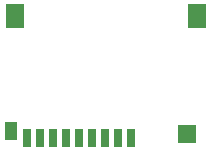
<source format=gbp>
G04 #@! TF.GenerationSoftware,KiCad,Pcbnew,(7.99.0-174-g31be74b8b3)*
G04 #@! TF.CreationDate,2023-07-10T17:09:23+02:00*
G04 #@! TF.ProjectId,HydraBus,48796472-6142-4757-932e-6b696361645f,1.0 Rev1.4*
G04 #@! TF.SameCoordinates,Original*
G04 #@! TF.FileFunction,Paste,Bot*
G04 #@! TF.FilePolarity,Positive*
%FSLAX46Y46*%
G04 Gerber Fmt 4.6, Leading zero omitted, Abs format (unit mm)*
G04 Created by KiCad (PCBNEW (7.99.0-174-g31be74b8b3)) date 2023-07-10 17:09:23*
%MOMM*%
%LPD*%
G01*
G04 APERTURE LIST*
%ADD10R,1.524000X2.032000*%
%ADD11R,1.524000X1.524000*%
%ADD12R,1.016000X1.524000*%
%ADD13R,0.762000X1.524000*%
G04 APERTURE END LIST*
D10*
X172852099Y-72923599D03*
D11*
X172033099Y-82904599D03*
D10*
X157452099Y-72923599D03*
D12*
X157106099Y-82696599D03*
D13*
X158452099Y-83296599D03*
X159552099Y-83296599D03*
X160652099Y-83296599D03*
X161752099Y-83296599D03*
X162852099Y-83296599D03*
X163952099Y-83296599D03*
X165052099Y-83296599D03*
X166152099Y-83296599D03*
X167252099Y-83296599D03*
M02*

</source>
